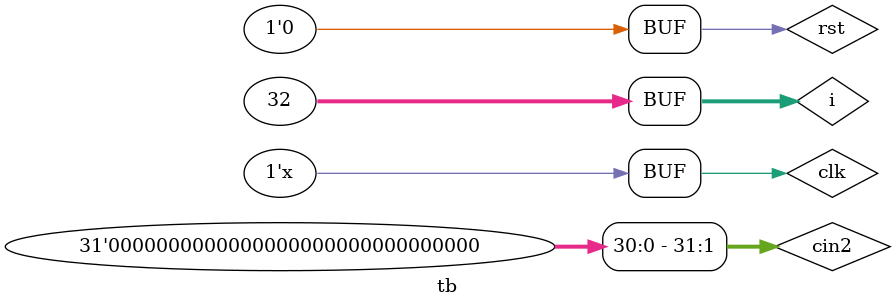
<source format=v>
`timescale 1ns / 1ps


module tb();

    //for my IP
    reg [32-1:0] ain;
    reg [32-1:0] bin;
    reg [32-1:0] cin;
    reg [32-1:0] cin2;
    reg rst;
    reg clk;
    wire [32-1:0] res;
    wire [64-1:0] res2;
    wire dvalid;
    
    //for test
    integer i;
    //ranom test vector generation
    initial begin
        clk<=0;
        rst<=0;
        for(i=0;i<32;i=i+1) begin
            ain = $urandom%(2**31);
            bin = $urandom%(2**31);
            cin = $urandom%(2**31);
            cin2 = $urandom;
            #20;
        end
    end
    
    always #5 clk = ~clk;
    
    floating_point_MAC UUT(
        .aclk(clk),
        .aresetn(~rst),
        .s_axis_a_tvalid(1'b1),
        .s_axis_b_tvalid(1'b1),
        .s_axis_c_tvalid(1'b1),
        .s_axis_a_tdata(ain),
        .s_axis_b_tdata(bin),
        .s_axis_c_tdata(cin),
        .m_axis_result_tvalid(dvalid),
        .m_axis_result_tdata(res)
    );
    
    xbip_multadd_MAC UUT2(
        //.CLK(clk),
        //.CE(1'b1),
        .A(ain),
        .B(bin),
        .C({cin,cin2}),
        .SUBTRACT(1'b0),
        .P(res2)
        //.SCLR(rst)
    );
endmodule

</source>
